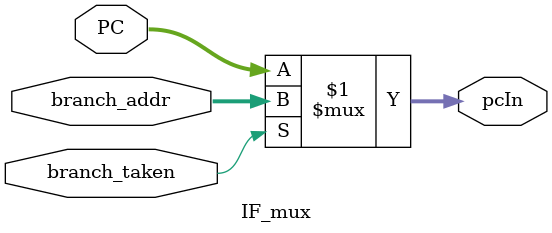
<source format=v>
module IF_mux(input branch_taken,input [31:0] PC,branch_addr,output [31:0]  pcIn);
    assign pcIn = branch_taken?branch_addr:PC;
endmodule
</source>
